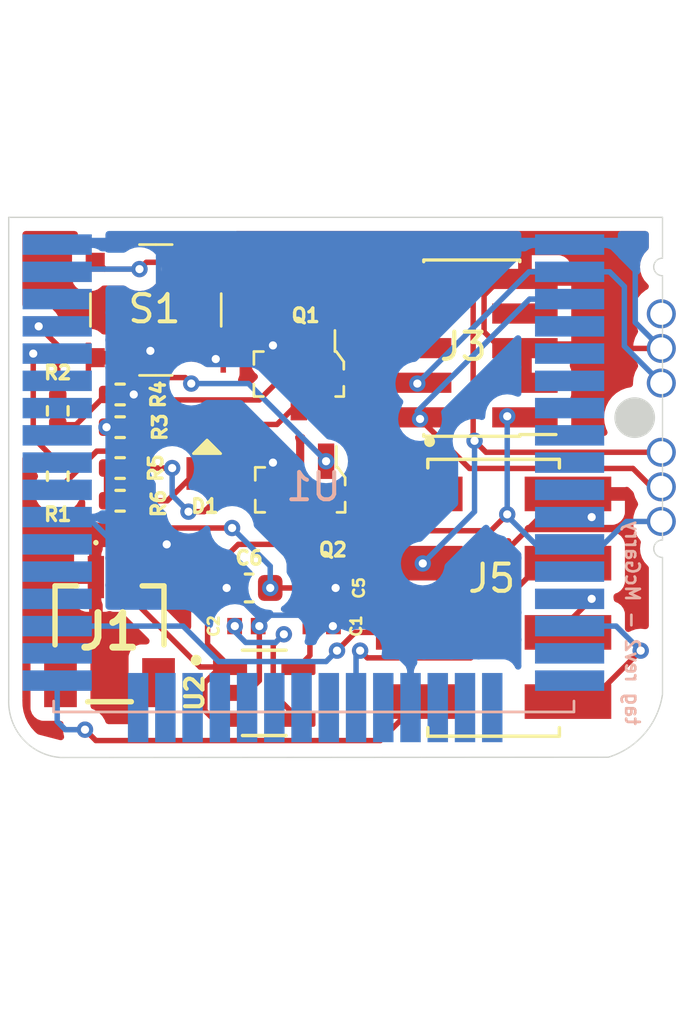
<source format=kicad_pcb>
(kicad_pcb (version 20240108) (generator "pcbnew") (generator_version "8.0")
  (title_block (title "BareTag_Tag") (date "2024-10-30") (rev "1") (company "Team 3") (comment 1 "Authors: Connor McGarry, Sean Brown, Walter Tebbetts, Ken Su"))
  (layers (0 "F.Cu" signal) (31 "B.Cu" signal) (34 "B.Paste" user) (35 "F.Paste" user) (36 "B.SilkS" user "B.Silkscreen") (37 "F.SilkS" user "F.Silkscreen") (38 "B.Mask" user) (39 "F.Mask" user) (44 "Edge.Cuts" user))
  (net 0 "")
  (net 1 "GND")
  (net 2 "/SWD_CLK")
  (net 3 "/SWD_DIO")
  (net 4 "/RST")
  (net 5 "Vbat +3.7V")
  (net 13 "/RX")
  (net 19 "/Q1_led")
  (net 27 "/Q2_led")
  (net 34 "/TX")
  (net 41 "Vreg +3.3V")
  (net 42 "Net-(U2-NR)")
  (net 43 "Net-(D1-A2)")
  (net 44 "Net-(D1-K1)")
  (net 45 "Net-(D1-A1)")
  (net 46 "Net-(D1-K2)")
  (net 48 "/SDA")
  (net 49 "/SLC")
  (net 50 "/wakeup")
  (net 54 "Net-(Q1-G)")
  (net 55 "Net-(Q2-G)")
  (footprint "Connector_PinHeader_1.27mm:PinHeader_2x05_P1.27mm_Vertical_SMD" (layer "F.Cu") (at 68.8 29.2 180)
    (property "Reference" "J3" (at 0.31 0.06 0) (layer "F.SilkS"))
    (property "Value" "Conn_ARM_JTAG_SWD_10")
    (fp_line (start 1.765 3.17) (end 1.765 3.235) (stroke (width 0.12)) (layer "F.SilkS"))
    (fp_line (start 1.765 -3.235) (end 1.765 -3.17) (stroke (width 0.12)) (layer "F.SilkS"))
    (fp_line (start -1.765 3.235) (end 1.765 3.235) (stroke (width 0.12)) (layer "F.SilkS"))
    (fp_line (start -1.765 3.17) (end -1.765 3.235) (stroke (width 0.12)) (layer "F.SilkS"))
    (fp_line (start -1.765 -3.235) (end 1.765 -3.235) (stroke (width 0.12)) (layer "F.SilkS"))
    (fp_line (start -1.765 -3.235) (end -1.765 -3.17) (stroke (width 0.12)) (layer "F.SilkS"))
    (fp_line (start -3.09 -3.17) (end -1.765 -3.17) (stroke (width 0.12)) (layer "F.SilkS"))
    (pad "1" smd rect (at -1.95 -2.54 180) (size 2.4 0.74) (layers "F.Cu" "F.Paste" "F.Mask") (net 41 "Vreg +3.3V"))
    (pad "2" smd rect (at 1.95 -2.54 180) (size 2.4 0.74) (layers "F.Cu" "F.Paste" "F.Mask") (net 3 "/SWD_DIO"))
    (pad "3" smd rect (at -1.95 -1.27 180) (size 2.4 0.74) (layers "F.Cu" "F.Paste" "F.Mask") (net 1 "GND"))
    (pad "4" smd rect (at 1.95 -1.27 180) (size 2.4 0.74) (layers "F.Cu" "F.Paste" "F.Mask") (net 2 "/SWD_CLK"))
    (pad "5" smd rect (at -1.95 0 180) (size 2.4 0.74) (layers "F.Cu" "F.Paste" "F.Mask") (net 1 "GND"))
    (pad "6" smd rect (at 1.95 0 180) (size 2.4 0.74) (layers "F.Cu" "F.Paste" "F.Mask"))
    (pad "7" smd rect (at -1.95 1.27 180) (size 2.4 0.74) (layers "F.Cu" "F.Paste" "F.Mask"))
    (pad "8" smd rect (at 1.95 1.27 180) (size 2.4 0.74) (layers "F.Cu" "F.Paste" "F.Mask"))
    (pad "9" smd rect (at -1.95 2.54 180) (size 2.4 0.74) (layers "F.Cu" "F.Paste" "F.Mask") (net 1 "GND"))
    (pad "10" smd rect (at 1.95 2.54 180) (size 2.4 0.74) (layers "F.Cu" "F.Paste" "F.Mask") (net 4 "/RST"))
  )
  (footprint "Resistor_SMD:R_0402_1005Metric" (layer "F.Cu") (at 53.6 31.5 -90)
    (property "Reference" "R2" (at -1.4 0 0) (layer "F.SilkS") (effects (font (size 0.5 0.5) (thickness 0.125))))
    (property "Value" "1K5")
    (fp_line (start -0.153641 0.38) (end 0.153641 0.38) (stroke (width 0.12)) (layer "F.SilkS"))
    (fp_line (start -0.153641 -0.38) (end 0.153641 -0.38) (stroke (width 0.12)) (layer "F.SilkS"))
    (pad "1" smd roundrect (at -0.51 0 270) (size 0.54 0.64) (layers "F.Cu" "F.Paste" "F.Mask") (net 27 "/Q2_led"))
    (pad "2" smd roundrect (at 0.51 0 270) (size 0.54 0.64) (layers "F.Cu" "F.Paste" "F.Mask") (net 55 "Net-(Q2-G)"))
  )
  (footprint "Resistor_SMD:R_0402_1005Metric" (layer "F.Cu") (at 55.89 34.8)
    (property "Reference" "R6" (at 1.41 0.1 90) (layer "F.SilkS") (effects (font (size 0.5 0.5) (thickness 0.125))))
    (property "Value" "820")
    (fp_line (start -0.153641 -0.38) (end 0.153641 -0.38) (stroke (width 0.12)) (layer "F.SilkS"))
    (fp_line (start -0.153641 0.38) (end 0.153641 0.38) (stroke (width 0.12)) (layer "F.SilkS"))
    (pad "1" smd roundrect (at -0.51 0) (size 0.54 0.64) (layers "F.Cu" "F.Paste" "F.Mask") (net 41 "Vreg +3.3V"))
    (pad "2" smd roundrect (at 0.51 0) (size 0.54 0.64) (layers "F.Cu" "F.Paste" "F.Mask") (net 45 "Net-(D1-A1)"))
  )
  (footprint "imported:Edge-Connect-THT" (layer "F.Cu") (at 75.755 31.75 90)
    (property "Reference" "REF**" (hide yes))
    (property "Value" "Edge-Connect-THT" (hide yes))
    (pad "1" thru_hole circle (at -3.81 0 90) (size 1.064 1.064) (drill 0.81) (property pad_prop_castellated) (layers "*.Cu" "*.Mask") (net 41 "Vreg +3.3V"))
    (pad "2" thru_hole circle (at -2.54 0 90) (size 1.064 1.064) (drill 0.81) (property pad_prop_castellated) (layers "*.Cu" "*.Mask") (net 3 "/SWD_DIO"))
    (pad "3" thru_hole circle (at -1.27 0 90) (size 1.064 1.064) (drill 0.81) (property pad_prop_castellated) (layers "*.Cu" "*.Mask") (net 4 "/RST"))
    (pad "4" thru_hole circle (at 1.27 0 90) (size 1.064 1.064) (drill 0.81) (property pad_prop_castellated) (layers "*.Cu" "*.Mask") (net 2 "/SWD_CLK"))
    (pad "5" thru_hole circle (at 2.54 0 90) (size 1.064 1.064) (drill 0.81) (property pad_prop_castellated) (layers "*.Cu" "*.Mask") (net 1 "GND"))
    (pad "6" thru_hole circle (at 3.81 0 90) (size 1.064 1.064) (drill 0.81) (property pad_prop_castellated) (layers "*.Cu" "*.Mask"))
  )
  (footprint "digikey-footprints:SOT-23-3" (layer "F.Cu") (at 62.45 30.15 -90)
    (property "Reference" "Q1" (at -2.15 -0.25 0) (layer "F.SilkS") (effects (font (size 0.5 0.5) (thickness 0.125))))
    (property "Value" "IRLML2402TRPBF")
    (fp_line (start -0.825 1.65) (end -0.825 1.3) (stroke (width 0.1)) (layer "F.SilkS"))
    (fp_line (start -0.35 1.65) (end -0.825 1.65) (stroke (width 0.1)) (layer "F.SilkS"))
    (fp_line (start 0.825 1.65) (end 0.375 1.65) (stroke (width 0.1)) (layer "F.SilkS"))
    (fp_line (start 0.825 1.425) (end 0.825 1.3) (stroke (width 0.1)) (layer "F.SilkS"))
    (fp_line (start 0.825 1.35) (end 0.825 1.65) (stroke (width 0.1)) (layer "F.SilkS"))
    (fp_line (start -0.825 -1.325) (end -1.6 -1.325) (stroke (width 0.1)) (layer "F.SilkS"))
    (fp_line (start -0.825 -1.375) (end -0.825 -1.325) (stroke (width 0.1)) (layer "F.SilkS"))
    (fp_line (start -0.45 -1.65) (end -0.825 -1.375) (stroke (width 0.1)) (layer "F.SilkS"))
    (fp_line (start -0.175 -1.65) (end -0.45 -1.65) (stroke (width 0.1)) (layer "F.SilkS"))
    (fp_line (start 0.45 -1.65) (end 0.825 -1.65) (stroke (width 0.1)) (layer "F.SilkS"))
    (fp_line (start 0.825 -1.65) (end 0.825 -1.35) (stroke (width 0.1)) (layer "F.SilkS"))
    (pad "1" smd rect (at -1.05 -0.95 270) (size 1.3 0.6) (layers "F.Cu" "F.Paste" "F.Mask") (net 54 "Net-(Q1-G)"))
    (pad "2" smd rect (at -1.05 0.95 270) (size 1.3 0.6) (layers "F.Cu" "F.Paste" "F.Mask") (net 1 "GND"))
    (pad "3" smd rect (at 1.05 0 270) (size 1.3 0.6) (layers "F.Cu" "F.Paste" "F.Mask") (net 46 "Net-(D1-K2)"))
  )
  (footprint "digikey-footprints:SOT-23-3" (layer "F.Cu") (at 62.5 34.4 -90)
    (property "Reference" "Q2" (at 2.2 -1.2 0) (layer "F.SilkS") (effects (font (size 0.5 0.5) (thickness 0.125))))
    (property "Value" "IRLML2402TRPBF")
    (fp_line (start -0.825 1.65) (end -0.825 1.3) (stroke (width 0.1)) (layer "F.SilkS"))
    (fp_line (start -0.35 1.65) (end -0.825 1.65) (stroke (width 0.1)) (layer "F.SilkS"))
    (fp_line (start 0.825 1.65) (end 0.375 1.65) (stroke (width 0.1)) (layer "F.SilkS"))
    (fp_line (start 0.825 1.425) (end 0.825 1.3) (stroke (width 0.1)) (layer "F.SilkS"))
    (fp_line (start 0.825 1.35) (end 0.825 1.65) (stroke (width 0.1)) (layer "F.SilkS"))
    (fp_line (start -0.825 -1.325) (end -1.6 -1.325) (stroke (width 0.1)) (layer "F.SilkS"))
    (fp_line (start -0.825 -1.375) (end -0.825 -1.325) (stroke (width 0.1)) (layer "F.SilkS"))
    (fp_line (start -0.45 -1.65) (end -0.825 -1.375) (stroke (width 0.1)) (layer "F.SilkS"))
    (fp_line (start -0.175 -1.65) (end -0.45 -1.65) (stroke (width 0.1)) (layer "F.SilkS"))
    (fp_line (start 0.45 -1.65) (end 0.825 -1.65) (stroke (width 0.1)) (layer "F.SilkS"))
    (fp_line (start 0.825 -1.65) (end 0.825 -1.35) (stroke (width 0.1)) (layer "F.SilkS"))
    (pad "1" smd rect (at -1.05 -0.95 270) (size 1.3 0.6) (layers "F.Cu" "F.Paste" "F.Mask") (net 55 "Net-(Q2-G)"))
    (pad "2" smd rect (at -1.05 0.95 270) (size 1.3 0.6) (layers "F.Cu" "F.Paste" "F.Mask") (net 1 "GND"))
    (pad "3" smd rect (at 1.05 0 270) (size 1.3 0.6) (layers "F.Cu" "F.Paste" "F.Mask") (net 44 "Net-(D1-K1)"))
  )
  (footprint "imported:SOT95P280X110-5N" (layer "F.Cu") (at 61.18 41.85)
    (property "Reference" "U2" (at -2.555 0 90) (layer "F.SilkS") (effects (font (size 0.64 0.64))))
    (property "Value" "TPS79933DDCR")
    (fp_line (start -0.8 -1.565) (end 0.8 -1.565) (stroke (width 0.127)) (layer "F.SilkS"))
    (fp_line (start -0.8 1.565) (end 0.8 1.565) (stroke (width 0.127)) (layer "F.SilkS"))
    (fp_circle (center -2.5 -1.2) (end -2.4 -1.2) (stroke (width 0.2)) (fill none) (layer "F.SilkS"))
    (pad "1" smd roundrect (at -1.255 -0.95) (size 1.25 0.59) (layers "F.Cu" "F.Paste" "F.Mask") (roundrect_rratio 0.125) (net 5 "Vbat +3.7V"))
    (pad "2" smd roundrect (at -1.255 0) (size 1.25 0.59) (layers "F.Cu" "F.Paste" "F.Mask") (roundrect_rratio 0.125) (net 1 "GND"))
    (pad "3" smd roundrect (at -1.255 0.95) (size 1.25 0.59) (layers "F.Cu" "F.Paste" "F.Mask") (roundrect_rratio 0.125) (net 5 "Vbat +3.7V"))
    (pad "4" smd roundrect (at 1.255 0.95) (size 1.25 0.59) (layers "F.Cu" "F.Paste" "F.Mask") (roundrect_rratio 0.125) (net 42 "Net-(U2-NR)"))
    (pad "5" smd roundrect (at 1.255 -0.95) (size 1.25 0.59) (layers "F.Cu" "F.Paste" "F.Mask") (roundrect_rratio 0.125) (net 41 "Vreg +3.3V"))
  )
  (footprint "imported:GRM155C80J225KE95D" (layer "F.Cu") (at 60.525 39.4)
    (property "Reference" "C2" (at -1.2 0 90) (layer "F.SilkS") (effects (font (size 0.393701 0.393701))))
    (property "Value" "C")
    (pad "1" smd rect (at -0.432 0) (size 0.54 0.6) (layers "F.Cu" "F.Paste" "F.Mask") (net 42 "Net-(U2-NR)"))
    (pad "2" smd rect (at 0.432 0) (size 0.54 0.6) (layers "F.Cu" "F.Paste" "F.Mask") (net 1 "GND"))
  )
  (footprint "digikey-footprints:Switch_Tactile_SMD_4.5x4.5mm_TL3315NF160Q" (layer "F.Cu") (at 57.2 27.8)
    (property "Reference" "S1" (at -0.05 -0.04 0) (layer "F.SilkS"))
    (property "Value" "TL3315NF160Q")
    (fp_line (start -2.4 0) (end -2.4 -0.6) (stroke (width 0.1)) (layer "F.SilkS"))
    (fp_line (start -2.4 0) (end -2.4 0.6) (stroke (width 0.1)) (layer "F.SilkS"))
    (fp_line (start 0 -2.4) (end -0.6 -2.4) (stroke (width 0.1)) (layer "F.SilkS"))
    (fp_line (start 0 -2.4) (end 0.6 -2.4) (stroke (width 0.1)) (layer "F.SilkS"))
    (fp_line (start 0 2.4) (end -0.6 2.4) (stroke (width 0.1)) (layer "F.SilkS"))
    (fp_line (start 0 2.4) (end 0.6 2.4) (stroke (width 0.1)) (layer "F.SilkS"))
    (fp_line (start 2.4 0) (end 2.4 -0.6) (stroke (width 0.1)) (layer "F.SilkS"))
    (fp_line (start 2.4 0) (end 2.4 0.6) (stroke (width 0.1)) (layer "F.SilkS"))
    (pad "1" smd rect (at -2.475 -1.75) (size 0.2 1.1) (layers "F.Cu" "F.Paste" "F.Mask") (net 4 "/RST"))
    (pad "1" smd rect (at -2.125 -1.75) (size 0.5 0.7) (layers "F.Cu" "F.Paste" "F.Mask") (net 4 "/RST"))
    (pad "2" smd rect (at 2.125 -1.75) (size 0.5 0.7) (layers "F.Cu" "F.Paste" "F.Mask") (net 4 "/RST"))
    (pad "2" smd rect (at 2.475 -1.75) (size 0.2 1.1) (layers "F.Cu" "F.Paste" "F.Mask") (net 4 "/RST"))
    (pad "3" smd rect (at -2.475 1.75) (size 0.2 1.1) (layers "F.Cu" "F.Paste" "F.Mask") (net 1 "GND"))
    (pad "3" smd rect (at -2.125 1.75) (size 0.5 0.7) (layers "F.Cu" "F.Paste" "F.Mask") (net 1 "GND"))
    (pad "4" smd rect (at 2.125 1.75) (size 0.5 0.7) (layers "F.Cu" "F.Paste" "F.Mask") (net 1 "GND"))
    (pad "4" smd rect (at 2.475 1.75) (size 0.2 1.1) (layers "F.Cu" "F.Paste" "F.Mask") (net 1 "GND"))
  )
  (footprint "imported:AMPHENOL_54202-T0804LF" (layer "F.Cu") (at 69.6 38.36 -90)
    (property "Reference" "J5" (at -0.71 0.07 180) (layer "F.SilkS"))
    (property "Value" "54202-T0804LF")
    (fp_line (start -5.08 2.415) (end -5.08 -2.415) (stroke (width 0.127)) (layer "F.SilkS"))
    (fp_line (start -4.765 2.415) (end -5.08 2.415) (stroke (width 0.127)) (layer "F.SilkS"))
    (fp_line (start 4.765 2.415) (end 5.08 2.415) (stroke (width 0.127)) (layer "F.SilkS"))
    (fp_line (start -5.08 -2.415) (end -4.765 -2.415) (stroke (width 0.127)) (layer "F.SilkS"))
    (fp_line (start 4.765 -2.415) (end 5.08 -2.415) (stroke (width 0.127)) (layer "F.SilkS"))
    (fp_line (start 5.08 -2.415) (end 5.08 2.415) (stroke (width 0.127)) (layer "F.SilkS"))
    (fp_circle (center -5.73 2.35) (end -5.63 2.35) (stroke (width 0.2)) (fill none) (layer "F.SilkS"))
    (pad "A1" smd rect (at -3.81 2.73 270) (size 1.27 3.18) (layers "F.Cu" "F.Paste" "F.Mask") (net 5 "Vbat +3.7V"))
    (pad "A2" smd rect (at -1.27 2.73 270) (size 1.27 3.18) (layers "F.Cu" "F.Paste" "F.Mask") (net 4 "/RST"))
    (pad "A3" smd rect (at 1.27 2.73 270) (size 1.27 3.18) (layers "F.Cu" "F.Paste" "F.Mask") (net 34 "/TX"))
    (pad "A4" smd rect (at 3.81 2.73 270) (size 1.27 3.18) (layers "F.Cu" "F.Paste" "F.Mask") (net 13 "/RX"))
    (pad "B1" smd rect (at -3.81 -2.73 270) (size 1.27 3.18) (layers "F.Cu" "F.Paste" "F.Mask") (net 1 "GND"))
    (pad "B2" smd rect (at -1.27 -2.73 270) (size 1.27 3.18) (layers "F.Cu" "F.Paste" "F.Mask") (net 50 "/wakeup"))
    (pad "B3" smd rect (at 1.27 -2.73 270) (size 1.27 3.18) (layers "F.Cu" "F.Paste" "F.Mask") (net 48 "/SDA"))
    (pad "B4" smd rect (at 3.81 -2.73 270) (size 1.27 3.18) (layers "F.Cu" "F.Paste" "F.Mask") (net 49 "/SLC"))
  )
  (footprint "Resistor_SMD:R_0402_1005Metric" (layer "F.Cu") (at 53.6 33.9 -90)
    (property "Reference" "R1" (at 1.4 0 0) (layer "F.SilkS") (effects (font (size 0.5 0.5) (thickness 0.125))))
    (property "Value" "1K5")
    (fp_line (start -0.153641 0.38) (end 0.153641 0.38) (stroke (width 0.12)) (layer "F.SilkS"))
    (fp_line (start -0.153641 -0.38) (end 0.153641 -0.38) (stroke (width 0.12)) (layer "F.SilkS"))
    (pad "1" smd roundrect (at -0.51 0 270) (size 0.54 0.64) (layers "F.Cu" "F.Paste" "F.Mask") (net 19 "/Q1_led"))
    (pad "2" smd roundrect (at 0.51 0 270) (size 0.54 0.64) (layers "F.Cu" "F.Paste" "F.Mask") (net 54 "Net-(Q1-G)"))
  )
  (footprint "imported:GRM155C80J225KE95D" (layer "F.Cu") (at 63.289 39.4 180)
    (property "Reference" "C1" (at -1.268 0 -90) (layer "F.SilkS") (effects (font (size 0.393701 0.393701))))
    (property "Value" "2.2uF")
    (pad "1" smd rect (at -0.432 0 180) (size 0.54 0.6) (layers "F.Cu" "F.Paste" "F.Mask") (net 1 "GND"))
    (pad "2" smd rect (at 0.432 0 180) (size 0.54 0.6) (layers "F.Cu" "F.Paste" "F.Mask") (net 41 "Vreg +3.3V"))
  )
  (footprint "Resistor_SMD:R_0402_1005Metric" (layer "F.Cu") (at 55.89 32.1 180)
    (property "Reference" "R3" (at -1.46 0 90) (layer "F.SilkS") (effects (font (size 0.5 0.5) (thickness 0.125))))
    (property "Value" "100K")
    (fp_line (start -0.153641 0.38) (end 0.153641 0.38) (stroke (width 0.12)) (layer "F.SilkS"))
    (fp_line (start -0.153641 -0.38) (end 0.153641 -0.38) (stroke (width 0.12)) (layer "F.SilkS"))
    (pad "1" smd roundrect (at -0.51 0 180) (size 0.54 0.64) (layers "F.Cu" "F.Paste" "F.Mask") (net 54 "Net-(Q1-G)"))
    (pad "2" smd roundrect (at 0.51 0 180) (size 0.54 0.64) (layers "F.Cu" "F.Paste" "F.Mask") (net 1 "GND"))
  )
  (footprint "imported:LED_APHBM2012LSURKSYKC" (layer "F.Cu") (at 59.1 32.9 -90)
    (property "Reference" "D1" (at 2.1 0.1 0) (layer "F.SilkS") (effects (font (size 0.5 0.5) (thickness 0.125))))
    (property "Value" "APHBM2012LSURKSYKC")
    (fp_poly (pts (xy 0.17 0.52) (xy 0.17 -0.48) (xy -0.33 0.02)) (stroke (width 0.1)) (fill solid) (layer "F.SilkS"))
    (pad "1" smd rect (at 0.9 -0.475 270) (size 1.2 0.6) (layers "F.Cu" "F.Paste" "F.Mask") (net 43 "Net-(D1-A2)"))
    (pad "2" smd rect (at -0.9 -0.475 270) (size 1.2 0.6) (layers "F.Cu" "F.Paste" "F.Mask") (net 46 "Net-(D1-K2)"))
    (pad "3" smd rect (at -0.9 0.475 270) (size 1.2 0.6) (layers "F.Cu" "F.Paste" "F.Mask") (net 44 "Net-(D1-K1)"))
    (pad "4" smd rect (at 0.9 0.475 270) (size 1.2 0.6) (layers "F.Cu" "F.Paste" "F.Mask") (net 45 "Net-(D1-A1)"))
  )
  (footprint "imported:SM02BSRSSTBLFSN" (layer "F.Cu") (at 55.5 39.887)
    (property "Reference" "J1" (at 0 -0.288 0) (layer "F.SilkS") (effects (font (size 1.27 1.27) (thickness 0.254))))
    (property "Value" "SM02B-SRSS-TB LFSN" (hide yes))
    (fp_line (start -2 -1.963) (end -2 0.2) (stroke (width 0.2)) (layer "F.SilkS"))
    (fp_line (start -1.2 -1.963) (end -2 -1.963) (stroke (width 0.2)) (layer "F.SilkS"))
    (fp_line (start -0.8 2.287) (end 0.8 2.287) (stroke (width 0.2)) (layer "F.SilkS"))
    (fp_line (start -0.5 -3.6) (end -0.5 -3.6) (stroke (width 0.1)) (layer "F.SilkS"))
    (fp_line (start -0.5 -3.5) (end -0.5 -3.5) (stroke (width 0.1)) (layer "F.SilkS"))
    (fp_line (start 1.2 -1.963) (end 2 -1.963) (stroke (width 0.2)) (layer "F.SilkS"))
    (fp_line (start 2 -1.963) (end 2 0.2) (stroke (width 0.2)) (layer "F.SilkS"))
    (fp_arc (start -0.5 -3.6) (mid -0.45 -3.55) (end -0.5 -3.5) (stroke (width 0.1)) (layer "F.SilkS"))
    (fp_arc (start -0.5 -3.5) (mid -0.55 -3.55) (end -0.5 -3.6) (stroke (width 0.1)) (layer "F.SilkS"))
    (pad "1" smd rect (at -0.5 -2.287) (size 0.6 1.55) (layers "F.Cu" "F.Paste" "F.Mask") (net 1 "GND"))
    (pad "2" smd rect (at 0.5 -2.287) (size 0.6 1.55) (layers "F.Cu" "F.Paste" "F.Mask") (net 5 "Vbat +3.7V"))
    (pad "3" smd rect (at -1.8 1.587) (size 1.2 1.8) (layers "F.Cu" "F.Paste" "F.Mask"))
    (pad "4" smd rect (at 1.8 1.587) (size 1.2 1.8) (layers "F.Cu" "F.Paste" "F.Mask"))
  )
  (footprint "Capacitor_SMD:C_0603_1608Metric" (layer "F.Cu") (at 60.625 38 180)
    (property "Reference" "C6" (at 0 1.1 180) (layer "F.SilkS") (effects (font (size 0.5 0.5) (thickness 0.125))))
    (property "Value" "100nF")
    (fp_line (start -0.14058 0.51) (end 0.14058 0.51) (stroke (width 0.12)) (layer "F.SilkS"))
    (fp_line (start -0.14058 -0.51) (end 0.14058 -0.51) (stroke (width 0.12)) (layer "F.SilkS"))
    (pad "1" smd roundrect (at -0.775 0 180) (size 0.9 0.95) (layers "F.Cu" "F.Paste" "F.Mask") (net 41 "Vreg +3.3V"))
    (pad "2" smd roundrect (at 0.775 0 180) (size 0.9 0.95) (layers "F.Cu" "F.Paste" "F.Mask") (net 1 "GND"))
  )
  (footprint "imported:GRM155C80J225KE95D" (layer "F.Cu") (at 63.325 38)
    (property "Reference" "C5" (at 1.332 0 90) (layer "F.SilkS") (effects (font (size 0.393701 0.393701))))
    (property "Value" "10uF")
    (pad "1" smd rect (at -0.432 0) (size 0.54 0.6) (layers "F.Cu" "F.Paste" "F.Mask") (net 41 "Vreg +3.3V"))
    (pad "2" smd rect (at 0.432 0) (size 0.54 0.6) (layers "F.Cu" "F.Paste" "F.Mask") (net 1 "GND"))
  )
  (footprint "Resistor_SMD:R_0402_1005Metric" (layer "F.Cu") (at 55.89 30.9)
    (property "Reference" "R4" (at 1.4 0 90) (layer "F.SilkS") (effects (font (size 0.5 0.5) (thickness 0.125))))
    (property "Value" "100K")
    (fp_line (start -0.153641 -0.38) (end 0.153641 -0.38) (stroke (width 0.12)) (layer "F.SilkS"))
    (fp_line (start -0.153641 0.38) (end 0.153641 0.38) (stroke (width 0.12)) (layer "F.SilkS"))
    (pad "1" smd roundrect (at -0.51 0) (size 0.54 0.64) (layers "F.Cu" "F.Paste" "F.Mask") (net 55 "Net-(Q2-G)"))
    (pad "2" smd roundrect (at 0.51 0) (size 0.54 0.64) (layers "F.Cu" "F.Paste" "F.Mask") (net 1 "GND"))
  )
  (footprint "Resistor_SMD:R_0402_1005Metric" (layer "F.Cu") (at 55.89 33.6)
    (property "Reference" "R5" (at 1.31 0 90) (layer "F.SilkS") (effects (font (size 0.5 0.5) (thickness 0.125))))
    (property "Value" "150")
    (fp_line (start -0.153641 -0.38) (end 0.153641 -0.38) (stroke (width 0.12)) (layer "F.SilkS"))
    (fp_line (start -0.153641 0.38) (end 0.153641 0.38) (stroke (width 0.12)) (layer "F.SilkS"))
    (pad "1" smd roundrect (at -0.51 0) (size 0.54 0.64) (layers "F.Cu" "F.Paste" "F.Mask") (net 41 "Vreg +3.3V"))
    (pad "2" smd roundrect (at 0.51 0) (size 0.54 0.64) (layers "F.Cu" "F.Paste" "F.Mask") (net 43 "Net-(D1-A2)"))
  )
  (footprint "imported:DWM3001C" (layer "B.Cu") (at 72.55 42.55 180)
    (property "Reference" "U1" (at 9.565 8.26 0) (layer "B.SilkS") (effects (justify mirror)))
    (property "Value" "DWM3001C" (hide yes))
    (fp_line (start 19.1 0.4) (end 19.1 0) (stroke (width 0.1)) (layer "B.SilkS"))
    (fp_line (start 19.1 0) (end 0 0) (stroke (width 0.1)) (layer "B.SilkS"))
    (fp_line (start 0 0.4) (end 0 0) (stroke (width 0.1)) (layer "B.SilkS"))
    (pad "1" smd rect (at 0.16 17.15 180) (size 2.54 0.75) (layers "B.Cu" "B.Paste" "B.Mask") (net 1 "GND"))
    (pad "2" smd rect (at 0.16 16.15 180) (size 2.54 0.75) (layers "B.Cu" "B.Paste" "B.Mask") (net 2 "/SWD_CLK"))
    (pad "3" smd rect (at 0.16 15.15 180) (size 2.54 0.75) (layers "B.Cu" "B.Paste" "B.Mask") (net 3 "/SWD_DIO"))
    (pad "4" smd rect (at 0.16 14.15 180) (size 2.54 0.75) (layers "B.Cu" "B.Paste" "B.Mask"))
    (pad "5" smd rect (at 0.16 13.15 180) (size 2.54 0.75) (layers "B.Cu" "B.Paste" "B.Mask"))
    (pad "6" smd rect (at 0.16 12.15 180) (size 2.54 0.75) (layers "B.Cu" "B.Paste" "B.Mask"))
    (pad "7" smd rect (at 0.16 11.15 180) (size 2.54 0.75) (layers "B.Cu" "B.Paste" "B.Mask"))
    (pad "8" smd rect (at 0.16 10.15 180) (size 2.54 0.75) (layers "B.Cu" "B.Paste" "B.Mask"))
    (pad "9" smd rect (at 0.16 9.15 180) (size 2.54 0.75) (layers "B.Cu" "B.Paste" "B.Mask"))
    (pad "10" smd rect (at 0.16 8.15 180) (size 2.54 0.75) (layers "B.Cu" "B.Paste" "B.Mask"))
    (pad "11" smd rect (at 0.16 7.15 180) (size 2.54 0.75) (layers "B.Cu" "B.Paste" "B.Mask") (net 1 "GND"))
    (pad "12" smd rect (at 0.16 6.15 180) (size 2.54 0.75) (layers "B.Cu" "B.Paste" "B.Mask") (net 41 "Vreg +3.3V"))
    (pad "13" smd rect (at 0.16 5.15 180) (size 2.54 0.75) (layers "B.Cu" "B.Paste" "B.Mask"))
    (pad "14" smd rect (at 0.16 4.15 180) (size 2.54 0.75) (layers "B.Cu" "B.Paste" "B.Mask") (net 48 "/SDA"))
    (pad "15" smd rect (at 0.16 3.15 180) (size 2.54 0.75) (layers "B.Cu" "B.Paste" "B.Mask") (net 49 "/SLC"))
    (pad "16" smd rect (at 0.16 2.15 180) (size 2.54 0.75) (layers "B.Cu" "B.Paste" "B.Mask"))
    (pad "17" smd rect (at 0.16 1.15 180) (size 2.54 0.75) (layers "B.Cu" "B.Paste" "B.Mask"))
    (pad "18" smd rect (at 3 0.16 90) (size 2.54 0.75) (layers "B.Cu" "B.Paste" "B.Mask"))
    (pad "19" smd rect (at 4 0.16 90) (size 2.54 0.75) (layers "B.Cu" "B.Paste" "B.Mask"))
    (pad "20" smd rect (at 5 0.16 90) (size 2.54 0.75) (layers "B.Cu" "B.Paste" "B.Mask"))
    (pad "21" smd rect (at 6 0.16 90) (size 2.54 0.75) (layers "B.Cu" "B.Paste" "B.Mask") (net 1 "GND"))
    (pad "22" smd rect (at 7 0.16 90) (size 2.54 0.75) (layers "B.Cu" "B.Paste" "B.Mask"))
    (pad "23" smd rect (at 8 0.16 90) (size 2.54 0.75) (layers "B.Cu" "B.Paste" "B.Mask") (net 50 "/wakeup"))
    (pad "24" smd rect (at 9 0.16 90) (size 2.54 0.75) (layers "B.Cu" "B.Paste" "B.Mask"))
    (pad "25" smd rect (at 10 0.16 90) (size 2.54 0.75) (layers "B.Cu" "B.Paste" "B.Mask"))
    (pad "26" smd rect (at 11 0.16 90) (size 2.54 0.75) (layers "B.Cu" "B.Paste" "B.Mask"))
    (pad "27" smd rect (at 12 0.16 90) (size 2.54 0.75) (layers "B.Cu" "B.Paste" "B.Mask"))
    (pad "28" smd rect (at 13 0.16 90) (size 2.54 0.75) (layers "B.Cu" "B.Paste" "B.Mask"))
    (pad "29" smd rect (at 14 0.16 90) (size 2.54 0.75) (layers "B.Cu" "B.Paste" "B.Mask"))
    (pad "30" smd rect (at 15 0.16 90) (size 2.54 0.75) (layers "B.Cu" "B.Paste" "B.Mask"))
    (pad "31" smd rect (at 16 0.16 90) (size 2.54 0.75) (layers "B.Cu" "B.Paste" "B.Mask"))
    (pad "32" smd rect (at 18.97 1.15 180) (size 2.54 0.75) (layers "B.Cu" "B.Paste" "B.Mask") (net 13 "/RX"))
    (pad "33" smd rect (at 18.97 2.15 180) (size 2.54 0.75) (layers "B.Cu" "B.Paste" "B.Mask"))
    (pad "34" smd rect (at 18.97 3.15 180) (size 2.54 0.75) (layers "B.Cu" "B.Paste" "B.Mask") (net 34 "/TX"))
    (pad "35" smd rect (at 18.97 4.15 180) (size 2.54 0.75) (layers "B.Cu" "B.Paste" "B.Mask"))
    (pad "36" smd rect (at 18.97 5.15 180) (size 2.54 0.75) (layers "B.Cu" "B.Paste" "B.Mask"))
    (pad "37" smd rect (at 18.97 6.15 180) (size 2.54 0.75) (layers "B.Cu" "B.Paste" "B.Mask"))
    (pad "38" smd rect (at 18.97 7.15 180) (size 2.54 0.75) (layers "B.Cu" "B.Paste" "B.Mask") (net 1 "GND"))
    (pad "39" smd rect (at 18.97 8.15 180) (size 2.54 0.75) (layers "B.Cu" "B.Paste" "B.Mask"))
    (pad "40" smd rect (at 18.97 9.15 180) (size 2.54 0.75) (layers "B.Cu" "B.Paste" "B.Mask"))
    (pad "41" smd rect (at 18.97 10.15 180) (size 2.54 0.75) (layers "B.Cu" "B.Paste" "B.Mask"))
    (pad "42" smd rect (at 18.97 11.15 180) (size 2.54 0.75) (layers "B.Cu" "B.Paste" "B.Mask"))
    (pad "43" smd rect (at 18.97 12.15 180) (size 2.54 0.75) (layers "B.Cu" "B.Paste" "B.Mask"))
    (pad "44" smd rect (at 18.97 13.15 180) (size 2.54 0.75) (layers "B.Cu" "B.Paste" "B.Mask") (net 19 "/Q1_led"))
    (pad "45" smd rect (at 18.97 14.15 180) (size 2.54 0.75) (layers "B.Cu" "B.Paste" "B.Mask") (net 27 "/Q2_led"))
    (pad "46" smd rect (at 18.97 15.15 180) (size 2.54 0.75) (layers "B.Cu" "B.Paste" "B.Mask"))
    (pad "47" smd rect (at 18.97 16.15 180) (size 2.54 0.75) (layers "B.Cu" "B.Paste" "B.Mask") (net 4 "/RST"))
    (pad "48" smd rect (at 18.97 17.15 180) (size 2.54 0.75) (layers "B.Cu" "B.Paste" "B.Mask") (net 1 "GND"))
  )
  (gr_line (start 75.8 36.88) (end 75.8 41.9) (stroke (width 0.05)) (layer "Edge.Cuts"))
  (gr_arc (start 75.799999 41.9) (mid 75.14047 43.345679) (end 73.808015 44.211431) (stroke (width 0.05)) (layer "Edge.Cuts"))
  (gr_arc (start 75.8 36.88) (mid 75.479922 36.559922) (end 75.8 36.239844) (stroke (width 0.05)) (layer "Edge.Cuts"))
  (gr_line (start 73.808015 44.211431) (end 53.698946 44.221309) (stroke (width 0.05)) (layer "Edge.Cuts"))
  (gr_line (start 51.8 24.4) (end 75.8 24.4) (stroke (width 0.05)) (layer "Edge.Cuts"))
  (gr_arc (start 53.698946 44.221309) (mid 52.32187 43.54379) (end 51.800001 42.100523) (stroke (width 0.05)) (layer "Edge.Cuts"))
  (gr_line (start 51.800001 42.100523) (end 51.8 24.4) (stroke (width 0.05)) (layer "Edge.Cuts"))
  (gr_line (start 75.8 25.898043) (end 75.8 24.4) (stroke (width 0.05)) (layer "Edge.Cuts"))
  (gr_line (start 75.8 26.542577) (end 75.8 36.239844) (stroke (width 0.05)) (layer "Edge.Cuts"))
  (gr_arc (start 75.8 26.542577) (mid 75.477732 26.22031) (end 75.8 25.898044) (stroke (width 0.05)) (layer "Edge.Cuts"))
  (gr_circle (center 74.78 31.75) (end 75.4 31.75) (stroke (width 0.254)) (fill solid) (layer "Edge.Cuts"))
  (gr_text "tag rev2 - McGarry" (at 74.4 43.1 270) (layer "B.SilkS") (effects (font (size 0.5 0.5) (thickness 0.1) (bold yes)) (justify left bottom mirror)))
  (segment (start 70.2 29.2) (end 70.21 29.21) (width 0.2) (layer "F.Cu") (net 1))
  (segment (start 70.2 29.92) (end 70.75 30.47) (width 0.2) (layer "F.Cu") (net 1))
  (segment (start 69.25 27.26) (end 69.85 26.66) (width 0.2) (layer "F.Cu") (net 1))
  (segment (start 57.4 29.3) (end 57.65 29.55) (width 0.2) (layer "F.Cu") (net 1))
  (segment (start 59.925 41.85) (end 60.55 41.85) (width 0.2) (layer "F.Cu") (net 1))
  (segment (start 70.2 29.2) (end 70.2 29.92) (width 0.2) (layer "F.Cu") (net 1))
  (segment (start 70.2 29.2) (end 69.85 29.2) (width 0.2) (layer "F.Cu") (net 1))
  (segment (start 57.65 29.55) (end 59.275 29.55) (width 0.2) (layer "F.Cu") (net 1))
  (segment (start 68.675 38.025) (end 72.15 34.55) (width 0.2) (layer "F.Cu") (net 1))
  (segment (start 56.6 29.3) (end 56.35 29.55) (width 0.2) (layer "F.Cu") (net 1))
  (segment (start 61 41.4) (end 61 39.4) (width 0.2) (layer "F.Cu") (net 1))
  (segment (start 56.35 29.55) (end 55.075 29.55) (width 0.2) (layer "F.Cu") (net 1))
  (segment (start 60.55 41.85) (end 61 41.4) (width 0.2) (layer "F.Cu") (net 1))
  (segment (start 73.2 35.4) (end 73.18 35.4) (width 0.2) (layer "F.Cu") (net 1))
  (segment (start 72.15 34.55) (end 72.33 34.55) (width 0.2) (layer "F.Cu") (net 1))
  (segment (start 55.225 36.4) (end 55 36.625) (width 0.2) (layer "F.Cu") (net 1))
  (segment (start 59.375 29.55) (end 59.325 29.55) (width 0.2) (layer "F.Cu") (net 1))
  (segment (start 69.85 29.2) (end 69.25 28.6) (width 0.2) (layer "F.Cu") (net 1))
  (segment (start 70.21 29.21) (end 75.755 29.21) (width 0.2) (layer "F.Cu") (net 1))
  (segment (start 57.6 36.4) (end 55.225 36.4) (width 0.2) (layer "F.Cu") (net 1))
  (segment (start 55 36.625) (end 55 37.6) (width 0.2) (layer "F.Cu") (net 1))
  (segment (start 73.18 35.4) (end 72.33 34.55) (width 0.2) (layer "F.Cu") (net 1))
  (segment (start 57 29.3) (end 56.6 29.3) (width 0.2) (layer "F.Cu") (net 1))
  (segment (start 59.4 29.6) (end 59.375 29.55) (width 0.2) (layer "F.Cu") (net 1))
  (segment (start 59.275 29.55) (end 59.4 29.6) (width 0.2) (layer "F.Cu") (net 1))
  (segment (start 63.757 38) (end 63.782 38.025) (width 0.2) (layer "F.Cu") (net 1))
  (segment (start 63.782 38.025) (end 68.675 38.025) (width 0.2) (layer "F.Cu") (net 1))
  (segment (start 69.25 28.6) (end 69.25 27.26) (width 0.2) (layer "F.Cu") (net 1))
  (segment (start 69.85 26.66) (end 70.75 26.66) (width 0.2) (layer "F.Cu") (net 1))
  (segment (start 57 29.3) (end 57.4 29.3) (width 0.2) (layer "F.Cu") (net 1))
  (via (at 73.2 35.4) (size 0.6) (drill 0.3) (layers "F.Cu" "B.Cu") (net 1))
  (via (at 61.5 29.1) (size 0.6) (drill 0.3) (layers "F.Cu" "B.Cu") (net 1))
  (via (at 61.5 33.4) (size 0.6) (drill 0.3) (layers "F.Cu" "B.Cu") (net 1))
  (via (at 61 39.4) (size 0.6) (drill 0.3) (layers "F.Cu" "B.Cu") (net 1))
  (via (at 57 29.3) (size 0.6) (drill 0.3) (layers "F.Cu" "B.Cu") (net 1))
  (via (at 63.8 38) (size 0.6) (drill 0.3) (layers "F.Cu" "B.Cu") (net 1))
  (via (at 55.39 32.1) (size 0.6) (drill 0.3) (layers "F.Cu" "B.Cu") (net 1))
  (via (at 59.8 38) (size 0.6) (drill 0.3) (layers "F.Cu" "B.Cu") (net 1))
  (via (at 57.6 36.4) (size 0.6) (drill 0.3) (layers "F.Cu" "B.Cu") (net 1))
  (via (at 56.39 30.9) (size 0.6) (drill 0.3) (layers "F.Cu" "B.Cu") (net 1))
  (via (at 59.4 29.6) (size 0.6) (drill 0.3) (layers "F.Cu" "B.Cu") (net 1))
  (via (at 63.7 39.4) (size 0.6) (drill 0.3) (layers "F.Cu" "B.Cu") (net 1))
  (segment (start 61 39.1) (end 61 39.4) (width 0.2) (layer "B.Cu") (net 1))
  (segment (start 57.6 36.4) (end 58.2 36.4) (width 0.2) (layer "B.Cu") (net 1))
  (segment (start 66.55 42.39) (end 66.55 40.92) (width 0.2) (layer "B.Cu") (net 1))
  (segment (start 61 29.6) (end 61.5 29.1) (width 0.2) (layer "B.Cu") (net 1))
  (segment (start 55.99 35.048529) (end 55.638529 35.4) (width 0.2) (layer "B.Cu") (net 1))
  (segment (start 57 29.3) (end 57 30.29) (width 0.2) (layer "B.Cu") (net 1))
  (segment (start 59.9 38) (end 61 39.1) (width 0.2) (layer "B.Cu") (net 1))
  (segment (start 61.4 39) (end 63.3 39) (width 0.2) (layer "B.Cu") (net 1))
  (segment (start 73.86 25.4) (end 72.39 25.4) (width 0.2) (layer "B.Cu") (net 1))
  (segment (start 56.39 30.9) (end 56.39 31.1) (width 0.2) (layer "B.Cu") (net 1))
  (segment (start 57.6 36.4) (end 55.7 36.4) (width 0.2) (layer "B.Cu") (net 1))
  (segment (start 59.4 29.6) (end 61 29.6) (width 0.2) (layer "B.Cu") (net 1))
  (segment (start 57 30.29) (end 56.39 30.9) (width 0.2) (layer "B.Cu") (net 1))
  (segment (start 72.39 25.4) (end 57.3 25.4) (width 0.2) (layer "B.Cu") (net 1))
  (segment (start 59.8 38) (end 59.9 38) (width 0.2) (layer "B.Cu") (net 1))
  (segment (start 57.3 25.4) (end 53.58 25.4) (width 0.2) (layer "B.Cu") (net 1))
  (segment (start 61.5 33.4) (end 63.8 35.7) (width 0.2) (layer "B.Cu") (net 1))
  (segment (start 63.7 39.4) (end 63.7 38.1) (width 0.2) (layer "B.Cu") (net 1))
  (segment (start 57.3 29) (end 57 29.3) (width 0.2) (layer "B.Cu") (net 1))
  (segment (start 63.3 39) (end 63.7 39.4) (width 0.2) (layer "B.Cu") (net 1))
  (segment (start 57.3 25.4) (end 57.3 29) (width 0.2) (layer "B.Cu") (net 1))
  (segment (start 74.8 28.255) (end 74.8 26.34) (width 0.2) (layer "B.Cu") (net 1))
  (segment (start 61 39.4) (end 61.4 39) (width 0.2) (layer "B.Cu") (net 1))
  (segment (start 56.39 31.1) (end 55.39 32.1) (width 0.2) (layer "B.Cu") (net 1))
  (segment (start 55.7 36.4) (end 54.7 35.4) (width 0.2) (layer "B.Cu") (net 1))
  (segment (start 65.03 39.4) (end 63.7 39.4) (width 0.2) (layer "B.Cu") (net 1))
  (segment (start 55.638529 35.4) (end 53.58 35.4) (width 0.2) (layer "B.Cu") (net 1))
  (segment (start 75.755 29.21) (end 74.8 28.255) (width 0.2) (layer "B.Cu") (net 1))
  (segment (start 55.99 32.7) (end 55.99 35.048529) (width 0.2) (layer "B.Cu") (net 1))
  (segment (start 74.8 26.34) (end 73.86 25.4) (width 0.2) (layer "B.Cu") (net 1))
  (segment (start 54.7 35.4) (end 53.58 35.4) (width 0.2) (layer "B.Cu") (net 1))
  (segment (start 66.55 40.92) (end 65.03 39.4) (width 0.2) (layer "B.Cu") (net 1))
  (segment (start 55.39 32.1) (end 55.99 32.7) (width 0.2) (layer "B.Cu") (net 1))
  (segment (start 63.7 38.1) (end 63.8 38) (width 0.2) (layer "B.Cu") (net 1))
  (segment (start 56.49 30.9) (end 56.39 30.9) (width 0.2) (layer "B.Cu") (net 1))
  (segment (start 63.8 35.7) (end 63.8 38) (width 0.2) (layer "B.Cu") (net 1))
  (segment (start 58.2 36.4) (end 59.8 38) (width 0.2) (layer "B.Cu") (net 1))
  (segment (start 55.39 32.1) (end 55.29 32) (width 0.2) (layer "B.Cu") (net 1))
  (segment (start 55.39 31.9) (end 55.39 32.1) (width 0.2) (layer "B.Cu") (net 1))
  (segment (start 61 39.4) (end 61 39.3) (width 0.2) (layer "B.Cu") (net 1))
  (via (at 66.8 30.5) (size 0.6) (drill 0.3) (layers "F.Cu" "B.Cu") (net 2))
  (segment (start 72.39 26.4) (end 70.9 26.4) (width 0.2) (layer "B.Cu") (net 2))
  (segment (start 74.4 26.94) (end 74.4 29.125) (width 0.2) (layer "B.Cu") (net 2))
  (segment (start 70.9 26.4) (end 66.8 30.5) (width 0.2) (layer "B.Cu") (net 2))
  (segment (start 72.39 26.4) (end 73.86 26.4) (width 0.2) (layer "B.Cu") (net 2))
  (segment (start 73.86 26.4) (end 74.4 26.94) (width 0.2) (layer "B.Cu") (net 2))
  (segment (start 74.4 29.125) (end 75.755 30.48) (width 0.2) (layer "B.Cu") (net 2))
  (segment (start 68.715 33.615) (end 66.9 31.8) (width 0.2) (layer "F.Cu") (net 3))
  (segment (start 75.39 34.29) (end 74.715 33.615) (width 0.2) (layer "F.Cu") (net 3))
  (segment (start 75.755 34.29) (end 75.39 34.29) (width 0.2) (layer "F.Cu") (net 3))
  (segment (start 74.715 33.615) (end 68.715 33.615) (width 0.2) (layer "F.Cu") (net 3))
  (via (at 66.9 31.8) (size 0.6) (drill 0.3) (layers "F.Cu" "B.Cu") (net 3))
  (segment (start 66.9 31.8) (end 66.8 31.8) (width 0.2) (layer "B.Cu") (net 3))
  (segment (start 66.8 31.52) (end 66.9 31.8) (width 0.2) (layer "B.Cu") (net 3))
  (segment (start 70.92 27.4) (end 66.8 31.52) (width 0.2) (layer "B.Cu") (net 3))
  (segment (start 72.39 27.4) (end 70.92 27.4) (width 0.2) (layer "B.Cu") (net 3))
  (segment (start 68.85 26.85) (end 68.66 26.66) (width 0.2) (layer "F.Cu") (net 4))
  (segment (start 59.325 26.05) (end 60.775 27.5) (width 0.2) (layer "F.Cu") (net 4))
  (segment (start 75.755 33.02) (end 69.32 33.02) (width 0.2) (layer "F.Cu") (net 4))
  (segment (start 56.6 26.3) (end 56.85 26.05) (width 0.2) (layer "F.Cu") (net 4))
  (segment (start 69.32 33.02) (end 68.9 32.6) (width 0.2) (layer "F.Cu") (net 4))
  (segment (start 68.66 26.66) (end 66.85 26.66) (width 0.2) (layer "F.Cu") (net 4))
  (segment (start 65.74 26.66) (end 66.85 26.66) (width 0.2) (layer "F.Cu") (net 4))
  (segment (start 60.775 27.5) (end 64.9 27.5) (width 0.2) (layer "F.Cu") (net 4))
  (segment (start 56.85 26.05) (end 59.325 26.05) (width 0.2) (layer "F.Cu") (net 4))
  (segment (start 68.85 32.55) (end 68.85 26.85) (width 0.2) (layer "F.Cu") (net 4))
  (segment (start 64.9 27.5) (end 65.74 26.66) (width 0.2) (layer "F.Cu") (net 4))
  (segment (start 56.6 26.3) (end 55.325 26.3) (width 0.2) (layer "F.Cu") (net 4))
  (segment (start 68.9 32.6) (end 68.85 32.55) (width 0.2) (layer "F.Cu") (net 4))
  (segment (start 55.325 26.3) (end 55.075 26.05) (width 0.2) (layer "F.Cu") (net 4))
  (via (at 67 37.1) (size 0.6) (drill 0.3) (layers "F.Cu" "B.Cu") (net 4))
  (via (at 56.6 26.3) (size 0.6) (drill 0.3) (layers "F.Cu" "B.Cu") (net 4))
  (via (at 68.9 32.6) (size 0.6) (drill 0.3) (layers "F.Cu" "B.Cu") (net 4))
  (segment (start 68.9 35.2) (end 67 37.1) (width 0.2) (layer "B.Cu") (net 4))
  (segment (start 53.68 26.3) (end 56.6 26.3) (width 0.2) (layer "B.Cu") (net 4))
  (segment (start 53.58 26.4) (end 53.68 26.3) (width 0.2) (layer "B.Cu") (net 4))
  (segment (start 68.9 32.6) (end 68.9 35.2) (width 0.2) (layer "B.Cu") (net 4))
  (segment (start 56 38.075) (end 58.825 40.9) (width 0.2) (layer "F.Cu") (net 5))
  (segment (start 59.1 40.075) (end 59.1 37.526304) (width 0.2) (layer "F.Cu") (net 5))
  (segment (start 60.226304 36.4) (end 63.1 36.4) (width 0.2) (layer "F.Cu") (net 5))
  (segment (start 63.1 36.4) (end 64.95 34.55) (width 0.2) (layer "F.Cu") (net 5))
  (segment (start 59 41.471894) (end 59.571894 40.9) (width 0.2) (layer "F.Cu") (net 5))
  (segment (start 56 37.6) (end 56 38.075) (width 0.2) (layer "F.Cu") (net 5))
  (segment (start 59.1 37.526304) (end 60.226304 36.4) (width 0.2) (layer "F.Cu") (net 5))
  (segment (start 59.925 40.9) (end 59.1 40.075) (width 0.2) (layer "F.Cu") (net 5))
  (segment (start 59.571894 40.9) (end 59.925 40.9) (width 0.2) (layer "F.Cu") (net 5))
  (segment (start 59.925 42.8) (end 59.3 42.8) (width 0.2) (layer "F.Cu") (net 5))
  (segment (start 58.825 40.9) (end 59.925 40.9) (width 0.2) (layer "F.Cu") (net 5))
  (segment (start 59 42.5) (end 59 41.471894) (width 0.2) (layer "F.Cu") (net 5))
  (segment (start 59.3 42.8) (end 59 42.5) (width 0.2) (layer "F.Cu") (net 5))
  (segment (start 64.95 34.55) (end 66.87 34.55) (width 0.2) (layer "F.Cu") (net 5))
  (segment (start 55 43.6) (end 65.44 43.6) (width 0.2) (layer "F.Cu") (net 13))
  (segment (start 65.44 43.6) (end 66.87 42.17) (width 0.2) (layer "F.Cu") (net 13))
  (segment (start 54.6 43.2) (end 55 43.6) (width 0.2) (layer "F.Cu") (net 13))
  (via (at 54.6 43.2) (size 0.6) (drill 0.3) (layers "F.Cu" "B.Cu") (net 13))
  (segment (start 53.878986 43.2) (end 53.58 42.901014) (width 0.2) (layer "B.Cu") (net 13))
  (segment (start 53.58 42.901014) (end 53.58 41.4) (width 0.2) (layer "B.Cu") (net 13))
  (segment (start 54.6 43.2) (end 53.878986 43.2) (width 0.2) (layer "B.Cu") (net 13))
  (segment (start 53.6 33.39) (end 52.7 32.49) (width 0.2) (layer "F.Cu") (net 19))
  (segment (start 52.7 32.49) (end 52.7 29.4) (width 0.2) (layer "F.Cu") (net 19))
  (via (at 52.7 29.4) (size 0.6) (drill 0.3) (layers "F.Cu" "B.Cu") (net 19))
  (segment (start 53.6 30.99) (end 53.6 29.1) (width 0.2) (layer "F.Cu") (net 27))
  (segment (start 53.6 29.1) (end 52.9 28.4) (width 0.2) (layer "F.Cu") (net 27))
  (via (at 52.9 28.4) (size 0.6) (drill 0.3) (layers "F.Cu" "B.Cu") (net 27))
  (segment (start 63.851471 40.3) (end 64.521471 39.63) (width 0.2) (layer "F.Cu") (net 34))
  (segment (start 64.521471 39.63) (end 66.87 39.63) (width 0.2) (layer "F.Cu") (net 34))
  (via (at 63.851471 40.3) (size 0.6) (drill 0.3) (layers "F.Cu" "B.Cu") (net 34))
  (segment (start 63.451471 40.7) (end 59.5 40.7) (width 0.2) (layer "B.Cu") (net 34))
  (segment (start 63.751471 40.4) (end 63.451471 40.7) (width 0.2) (layer "B.Cu") (net 34))
  (segment (start 63.751471 40.4) (end 63.7 40.4) (width 0.2) (layer "B.Cu") (net 34))
  (segment (start 59.5 40.7) (end 58.2 39.4) (width 0.2) (layer "B.Cu") (net 34))
  (segment (start 63.851471 40.3) (end 63.751471 40.4) (width 0.2) (layer "B.Cu") (net 34))
  (segment (start 58.2 39.4) (end 53.58 39.4) (width 0.2) (layer "B.Cu") (net 34))
  (segment (start 62.893 38) (end 62.893 39.364) (width 0.2) (layer "F.Cu") (net 41))
  (segment (start 62.857 39.4) (end 62.857 40.478) (width 0.2) (layer "F.Cu") (net 41))
  (segment (start 62.893 38) (end 62.893 37.694) (width 0.2) (layer "F.Cu") (net 41))
  (segment (start 64.687 35.9) (end 69.5 35.9) (width 0.2) (layer "F.Cu") (net 41))
  (segment (start 62.893 39.364) (end 62.857 39.4) (width 0.2) (layer "F.Cu") (net 41))
  (segment (start 55.39 34.79) (end 55.38 34.8) (width 0.2) (layer "F.Cu") (net 41))
  (segment (start 69.5 35.9) (end 70.1 35.3) (width 0.2) (layer "F.Cu") (net 41))
  (segment (start 61.4 38) (end 62.893 38) (width 0.2) (layer "F.Cu") (net 41))
  (segment (start 56.38 35.8) (end 60 35.8) (width 0.2) (layer "F.Cu") (net 41))
  (segment (start 55.38 34.8) (end 56.38 35.8) (width 0.2) (layer "F.Cu") (net 41))
  (segment (start 62.857 40.478) (end 62.435 40.9) (width 0.2) (layer "F.Cu") (net 41))
  (segment (start 62.893 37.694) (end 64.687 35.9) (width 0.2) (layer "F.Cu") (net 41))
  (segment (start 55.39 33.6) (end 55.39 34.79) (width 0.2) (layer "F.Cu") (net 41))
  (via (at 70.1 35.3) (size 0.6) (drill 0.3) (layers "F.Cu" "B.Cu") (net 41))
  (via (at 60 35.8) (size 0.6) (drill 0.3) (layers "F.Cu" "B.Cu") (net 41))
  (via (at 61.4 38) (size 0.6) (drill 0.3) (layers "F.Cu" "B.Cu") (net 41))
  (via (at 70.1 31.7) (size 0.6) (drill 0.3) (layers "F.Cu" "B.Cu") (net 41))
  (segment (start 71.145 36.4) (end 70.1 35.355) (width 0.2) (layer "B.Cu") (net 41))
  (segment (start 70.1 35.355) (end 70.1 35.3) (width 0.2) (layer "B.Cu") (net 41))
  (segment (start 75.755 35.56) (end 74.475 35.56) (width 0.2) (layer "B.Cu") (net 41))
  (segment (start 60 35.8) (end 61.4 37.2) (width 0.2) (layer "B.Cu") (net 41))
  (segment (start 73.635 36.4) (end 72.39 36.4) (width 0.2) (layer "B.Cu") (net 41))
  (segment (start 74.475 35.56) (end 73.635 36.4) (width 0.2) (layer "B.Cu") (net 41))
  (segment (start 72.39 36.4) (end 71.145 36.4) (width 0.2) (layer "B.Cu") (net 41))
  (segment (start 61.4 37.2) (end 61.4 38) (width 0.2) (layer "B.Cu") (net 41))
  (segment (start 70.1 35.3) (end 70.1 31.7) (width 0.2) (layer "B.Cu") (net 41))
  (segment (start 62.435 42.8) (end 61.51 41.875) (width 0.2) (layer "F.Cu") (net 42))
  (segment (start 61.51 40.09) (end 61.9 39.7) (width 0.2) (layer "F.Cu") (net 42))
  (segment (start 61.51 41.875) (end 61.51 40.09) (width 0.2) (layer "F.Cu") (net 42))
  (via (at 61.9 39.7) (size 0.6) (drill 0.3) (layers "F.Cu" "B.Cu") (net 42))
  (via (at 60.1 39.4) (size 0.6) (drill 0.3) (layers "F.Cu" "B.Cu") (net 42))
  (segment (start 61.6 40) (end 61.9 39.7) (width 0.2) (layer "B.Cu") (net 42))
  (segment (start 60.1 39.6) (end 60.5 40) (width 0.2) (layer "B.Cu") (net 42))
  (segment (start 60.5 40) (end 61.6 40) (width 0.2) (layer "B.Cu") (net 42))
  (segment (start 60.1 39.4) (end 60.1 39.6) (width 0.2) (layer "B.Cu") (net 42))
  (segment (start 59.575 33.8) (end 59.575 34.6) (width 0.2) (layer "F.Cu") (net 43))
  (segment (start 59.575 34.6) (end 58.975 35.2) (width 0.2) (layer "F.Cu") (net 43))
  (segment (start 58.975 35.2) (end 58.4 35.2) (width 0.2) (layer "F.Cu") (net 43))
  (segment (start 57.8 33.6) (end 57.5 33.6) (width 0.2) (layer "F.Cu") (net 43))
  (segment (start 56.4 33.6) (end 57.8 33.6) (width 0.2) (layer "F.Cu") (net 43))
  (via (at 57.8 33.6) (size 0.6) (drill 0.3) (layers "F.Cu" "B.Cu") (net 43))
  (via (at 58.4 35.2) (size 0.6) (drill 0.3) (layers "F.Cu" "B.Cu") (net 43))
  (segment (start 57.8 34.6) (end 58.4 35.2) (width 0.2) (layer "B.Cu") (net 43))
  (segment (start 57.8 33.6) (end 57.8 34.6) (width 0.2) (layer "B.Cu") (net 43))
  (segment (start 60.175 33.625) (end 60.175 32.9) (width 0.2) (layer "F.Cu") (net 44))
  (segment (start 58.625 32.525) (end 58.625 32) (width 0.2) (layer "F.Cu") (net 44))
  (segment (start 59 32.9) (end 58.625 32.525) (width 0.2) (layer "F.Cu") (net 44))
  (segment (start 62 35.45) (end 60.175 33.625) (width 0.2) (layer "F.Cu") (net 44))
  (segment (start 60.175 32.9) (end 59 32.9) (width 0.2) (layer "F.Cu") (net 44))
  (segment (start 62.5 35.45) (end 62 35.45) (width 0.2) (layer "F.Cu") (net 44))
  (segment (start 56.4 34.8) (end 57.625 34.8) (width 0.2) (layer "F.Cu") (net 45))
  (segment (start 57.625 34.8) (end 58.625 33.8) (width 0.2) (layer "F.Cu") (net 45))
  (segment (start 59.575 32) (end 61.65 32) (width 0.2) (layer "F.Cu") (net 46))
  (segment (start 61.65 32) (end 62.45 31.2) (width 0.2) (layer "F.Cu") (net 46))
  (segment (start 72.33 39.27) (end 73.2 38.4) (width 0.2) (layer "F.Cu") (net 48))
  (segment (start 72.33 39.63) (end 72.33 39.27) (width 0.2) (layer "F.Cu") (net 48))
  (via (at 73.2 38.4) (size 0.6) (drill 0.3) (layers "F.Cu" "B.Cu") (net 48))
  (segment (start 73.13 42.17) (end 75 40.3) (width 0.2) (layer "F.Cu") (net 49))
  (segment (start 72.33 42.17) (end 73.13 42.17) (width 0.2) (layer "F.Cu") (net 49))
  (via (at 75 40.3) (size 0.6) (drill 0.3) (layers "F.Cu" "B.Cu") (net 49))
  (segment (start 74.1 39.4) (end 75 40.3) (width 0.2) (layer "B.Cu") (net 49))
  (segment (start 72.39 39.4) (end 74.1 39.4) (width 0.2) (layer "B.Cu") (net 49))
  (segment (start 68.76 40.565) (end 70.4 38.925) (width 0.2) (layer "F.Cu") (net 50))
  (segment (start 70.4 38.925) (end 70.4 38.065) (width 0.2) (layer "F.Cu") (net 50))
  (segment (start 71.375 37.09) (end 72.33 37.09) (width 0.2) (layer "F.Cu") (net 50))
  (segment (start 70.4 38.065) (end 71.375 37.09) (width 0.2) (layer "F.Cu") (net 50))
  (segment (start 64.965 40.565) (end 68.76 40.565) (width 0.2) (layer "F.Cu") (net 50))
  (segment (start 64.7 40.3) (end 64.965 40.565) (width 0.2) (layer "F.Cu") (net 50))
  (via (at 64.7 40.3) (size 0.6) (drill 0.3) (layers "F.Cu" "B.Cu") (net 50))
  (segment (start 64.55 40.45) (end 64.7 40.3) (width 0.2) (layer "B.Cu") (net 50))
  (segment (start 64.55 42.39) (end 64.55 40.45) (width 0.2) (layer "B.Cu") (net 50))
  (segment (start 55.52 32.98) (end 56.4 32.1) (width 0.2) (layer "F.Cu") (net 54))
  (segment (start 56.39 32.1) (end 56.4 32.1) (width 0.2) (layer "F.Cu") (net 54))
  (segment (start 55.03 32.98) (end 55.52 32.98) (width 0.2) (layer "F.Cu") (net 54))
  (segment (start 56.4 32.1) (end 56.4 32.1) (width 0.2) (layer "F.Cu") (net 54))
  (segment (start 57.39 31.1) (end 61 31.1) (width 0.2) (layer "F.Cu") (net 54))
  (segment (start 53.6 34.41) (end 55.03 32.98) (width 0.2) (layer "F.Cu") (net 54))
  (segment (start 61 31.1) (end 63 29.1) (width 0.2) (layer "F.Cu") (net 54))
  (segment (start 56.39 32.1) (end 57.39 31.1) (width 0.2) (layer "F.Cu") (net 54))
  (segment (start 63 29.1) (end 63.4 29.1) (width 0.2) (layer "F.Cu") (net 54))
  (segment (start 56.39 32.11) (end 56.39 32.1) (width 0.2) (layer "F.Cu") (net 54))
  (segment (start 56 30.28) (end 55.38 30.9) (width 0.2) (layer "F.Cu") (net 55))
  (segment (start 58.28 30.28) (end 56 30.28) (width 0.2) (layer "F.Cu") (net 55))
  (segment (start 58.5 30.5) (end 58.28 30.28) (width 0.2) (layer "F.Cu") (net 55))
  (segment (start 55.38 30.9) (end 55.461076 30.9) (width 0.2) (layer "F.Cu") (net 55))
  (segment (start 54.27 32.01) (end 55.38 30.9) (width 0.2) (layer "F.Cu") (net 55))
  (segment (start 53.6 32.01) (end 54.27 32.01) (width 0.2) (layer "F.Cu") (net 55))
  (via (at 63.45 33.35) (size 0.6) (drill 0.3) (layers "F.Cu" "B.Cu") (net 55))
  (via (at 58.5 30.5) (size 0.6) (drill 0.3) (layers "F.Cu" "B.Cu") (net 55))
  (segment (start 60.6 30.5) (end 58.5 30.5) (width 0.2) (layer "B.Cu") (net 55))
  (segment (start 63.45 33.35) (end 60.6 30.5) (width 0.2) (layer "B.Cu") (net 55))
  (zone (net 1) (net_name "GND") (layers "F&B.Cu") (connect_pads (clearance 0.5)) (min_thickness 0.25) (fill yes (thermal_gap 0.5) (thermal_bridge_width 0.5))
    (polygon (pts (xy 52.1 24.8) (xy 52.2 43.2) (xy 54.9 43.9) (xy 74.1 44) (xy 75.6 42.3) (xy 75.6 24.6)))
  )
)
</source>
